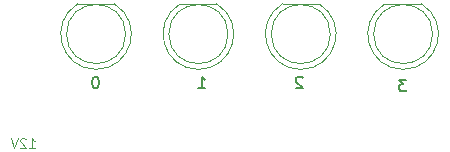
<source format=gbo>
%TF.GenerationSoftware,KiCad,Pcbnew,8.0.5-8.0.5-0~ubuntu20.04.1*%
%TF.CreationDate,2024-10-09T10:57:02+02:00*%
%TF.ProjectId,LIN_eval,4c494e5f-6576-4616-9c2e-6b696361645f,rev?*%
%TF.SameCoordinates,Original*%
%TF.FileFunction,Legend,Bot*%
%TF.FilePolarity,Positive*%
%FSLAX46Y46*%
G04 Gerber Fmt 4.6, Leading zero omitted, Abs format (unit mm)*
G04 Created by KiCad (PCBNEW 8.0.5-8.0.5-0~ubuntu20.04.1) date 2024-10-09 10:57:02*
%MOMM*%
%LPD*%
G01*
G04 APERTURE LIST*
%ADD10C,0.150000*%
%ADD11C,0.100000*%
%ADD12C,0.120000*%
%ADD13R,1.050000X1.500000*%
%ADD14O,1.050000X1.500000*%
%ADD15C,1.400000*%
%ADD16C,2.200000*%
%ADD17C,1.600000*%
%ADD18R,1.700000X1.700000*%
%ADD19O,1.700000X1.700000*%
%ADD20R,1.800000X1.800000*%
%ADD21C,1.800000*%
G04 APERTURE END LIST*
D10*
X154758458Y-81119819D02*
X154139411Y-81119819D01*
X154139411Y-81119819D02*
X154472744Y-81500771D01*
X154472744Y-81500771D02*
X154329887Y-81500771D01*
X154329887Y-81500771D02*
X154234649Y-81548390D01*
X154234649Y-81548390D02*
X154187030Y-81596009D01*
X154187030Y-81596009D02*
X154139411Y-81691247D01*
X154139411Y-81691247D02*
X154139411Y-81929342D01*
X154139411Y-81929342D02*
X154187030Y-82024580D01*
X154187030Y-82024580D02*
X154234649Y-82072200D01*
X154234649Y-82072200D02*
X154329887Y-82119819D01*
X154329887Y-82119819D02*
X154615601Y-82119819D01*
X154615601Y-82119819D02*
X154710839Y-82072200D01*
X154710839Y-82072200D02*
X154758458Y-82024580D01*
D11*
X122824687Y-86896895D02*
X123281830Y-86896895D01*
X123053258Y-86896895D02*
X123053258Y-86096895D01*
X123053258Y-86096895D02*
X123129449Y-86211180D01*
X123129449Y-86211180D02*
X123205639Y-86287371D01*
X123205639Y-86287371D02*
X123281830Y-86325466D01*
X122519925Y-86173085D02*
X122481829Y-86134990D01*
X122481829Y-86134990D02*
X122405639Y-86096895D01*
X122405639Y-86096895D02*
X122215163Y-86096895D01*
X122215163Y-86096895D02*
X122138972Y-86134990D01*
X122138972Y-86134990D02*
X122100877Y-86173085D01*
X122100877Y-86173085D02*
X122062782Y-86249276D01*
X122062782Y-86249276D02*
X122062782Y-86325466D01*
X122062782Y-86325466D02*
X122100877Y-86439752D01*
X122100877Y-86439752D02*
X122558020Y-86896895D01*
X122558020Y-86896895D02*
X122062782Y-86896895D01*
X121834210Y-86096895D02*
X121567543Y-86896895D01*
X121567543Y-86896895D02*
X121300877Y-86096895D01*
D10*
X128472744Y-80869819D02*
X128377506Y-80869819D01*
X128377506Y-80869819D02*
X128282268Y-80917438D01*
X128282268Y-80917438D02*
X128234649Y-80965057D01*
X128234649Y-80965057D02*
X128187030Y-81060295D01*
X128187030Y-81060295D02*
X128139411Y-81250771D01*
X128139411Y-81250771D02*
X128139411Y-81488866D01*
X128139411Y-81488866D02*
X128187030Y-81679342D01*
X128187030Y-81679342D02*
X128234649Y-81774580D01*
X128234649Y-81774580D02*
X128282268Y-81822200D01*
X128282268Y-81822200D02*
X128377506Y-81869819D01*
X128377506Y-81869819D02*
X128472744Y-81869819D01*
X128472744Y-81869819D02*
X128567982Y-81822200D01*
X128567982Y-81822200D02*
X128615601Y-81774580D01*
X128615601Y-81774580D02*
X128663220Y-81679342D01*
X128663220Y-81679342D02*
X128710839Y-81488866D01*
X128710839Y-81488866D02*
X128710839Y-81250771D01*
X128710839Y-81250771D02*
X128663220Y-81060295D01*
X128663220Y-81060295D02*
X128615601Y-80965057D01*
X128615601Y-80965057D02*
X128567982Y-80917438D01*
X128567982Y-80917438D02*
X128472744Y-80869819D01*
X137139411Y-81869819D02*
X137710839Y-81869819D01*
X137425125Y-81869819D02*
X137425125Y-80869819D01*
X137425125Y-80869819D02*
X137520363Y-81012676D01*
X137520363Y-81012676D02*
X137615601Y-81107914D01*
X137615601Y-81107914D02*
X137710839Y-81155533D01*
X145960839Y-80965057D02*
X145913220Y-80917438D01*
X145913220Y-80917438D02*
X145817982Y-80869819D01*
X145817982Y-80869819D02*
X145579887Y-80869819D01*
X145579887Y-80869819D02*
X145484649Y-80917438D01*
X145484649Y-80917438D02*
X145437030Y-80965057D01*
X145437030Y-80965057D02*
X145389411Y-81060295D01*
X145389411Y-81060295D02*
X145389411Y-81155533D01*
X145389411Y-81155533D02*
X145437030Y-81298390D01*
X145437030Y-81298390D02*
X146008458Y-81869819D01*
X146008458Y-81869819D02*
X145389411Y-81869819D01*
D12*
%TO.C,D7*%
X138686666Y-74710000D02*
X135596666Y-74710000D01*
X137142128Y-80260000D02*
G75*
G02*
X135596836Y-74710000I-462J2990000D01*
G01*
X138686496Y-74710000D02*
G75*
G02*
X137141204Y-80260000I-1544830J-2560000D01*
G01*
X139641666Y-77270000D02*
G75*
G02*
X134641666Y-77270000I-2500000J0D01*
G01*
X134641666Y-77270000D02*
G75*
G02*
X139641666Y-77270000I2500000J0D01*
G01*
%TO.C,D11*%
X156020000Y-74710000D02*
X152930000Y-74710000D01*
X154475462Y-80260000D02*
G75*
G02*
X152930170Y-74710000I-462J2990000D01*
G01*
X156019830Y-74710000D02*
G75*
G02*
X154474538Y-80260000I-1544830J-2560000D01*
G01*
X156975000Y-77270000D02*
G75*
G02*
X151975000Y-77270000I-2500000J0D01*
G01*
X151975000Y-77270000D02*
G75*
G02*
X156975000Y-77270000I2500000J0D01*
G01*
%TO.C,D9*%
X147353332Y-74710000D02*
X144263332Y-74710000D01*
X145808794Y-80260000D02*
G75*
G02*
X144263502Y-74710000I-462J2990000D01*
G01*
X147353162Y-74710000D02*
G75*
G02*
X145807870Y-80260000I-1544830J-2560000D01*
G01*
X148308332Y-77270000D02*
G75*
G02*
X143308332Y-77270000I-2500000J0D01*
G01*
X143308332Y-77270000D02*
G75*
G02*
X148308332Y-77270000I2500000J0D01*
G01*
%TO.C,D2*%
X130020000Y-74710000D02*
X126930000Y-74710000D01*
X128475462Y-80260000D02*
G75*
G02*
X126930170Y-74710000I-462J2990000D01*
G01*
X130019830Y-74710000D02*
G75*
G02*
X128474538Y-80260000I-1544830J-2560000D01*
G01*
X130975000Y-77270000D02*
G75*
G02*
X125975000Y-77270000I-2500000J0D01*
G01*
X125975000Y-77270000D02*
G75*
G02*
X130975000Y-77270000I2500000J0D01*
G01*
%TD*%
%LPC*%
D13*
%TO.C,U4*%
X150770000Y-99360000D03*
D14*
X149500000Y-99360000D03*
X148230000Y-99360000D03*
%TD*%
D15*
%TO.C,JP4*%
X160000000Y-97000000D03*
X160000000Y-94460000D03*
%TD*%
%TO.C,JP3*%
X157500000Y-97000000D03*
X157500000Y-94460000D03*
%TD*%
D16*
%TO.C,H1*%
X160500000Y-101250000D03*
%TD*%
%TO.C,H2*%
X122475000Y-76250000D03*
%TD*%
%TO.C,H4*%
X122500000Y-101250000D03*
%TD*%
%TO.C,H3*%
X160475000Y-76250000D03*
%TD*%
D15*
%TO.C,JP1*%
X125960000Y-95500000D03*
X128500000Y-95500000D03*
%TD*%
D17*
%TO.C,R9*%
X143000000Y-101000000D03*
X140000000Y-101000000D03*
%TD*%
D15*
%TO.C,JP2*%
X155000000Y-97040000D03*
X155000000Y-94500000D03*
%TD*%
D18*
%TO.C,J2*%
X122500000Y-88420000D03*
D19*
X122500000Y-90960000D03*
X122500000Y-93500000D03*
%TD*%
D20*
%TO.C,D7*%
X137141666Y-76000000D03*
D21*
X137141666Y-78540000D03*
%TD*%
D20*
%TO.C,D11*%
X154475000Y-76000000D03*
D21*
X154475000Y-78540000D03*
%TD*%
D20*
%TO.C,D9*%
X145808332Y-76000000D03*
D21*
X145808332Y-78540000D03*
%TD*%
D20*
%TO.C,D2*%
X128475000Y-76000000D03*
D21*
X128475000Y-78540000D03*
%TD*%
%LPD*%
M02*

</source>
